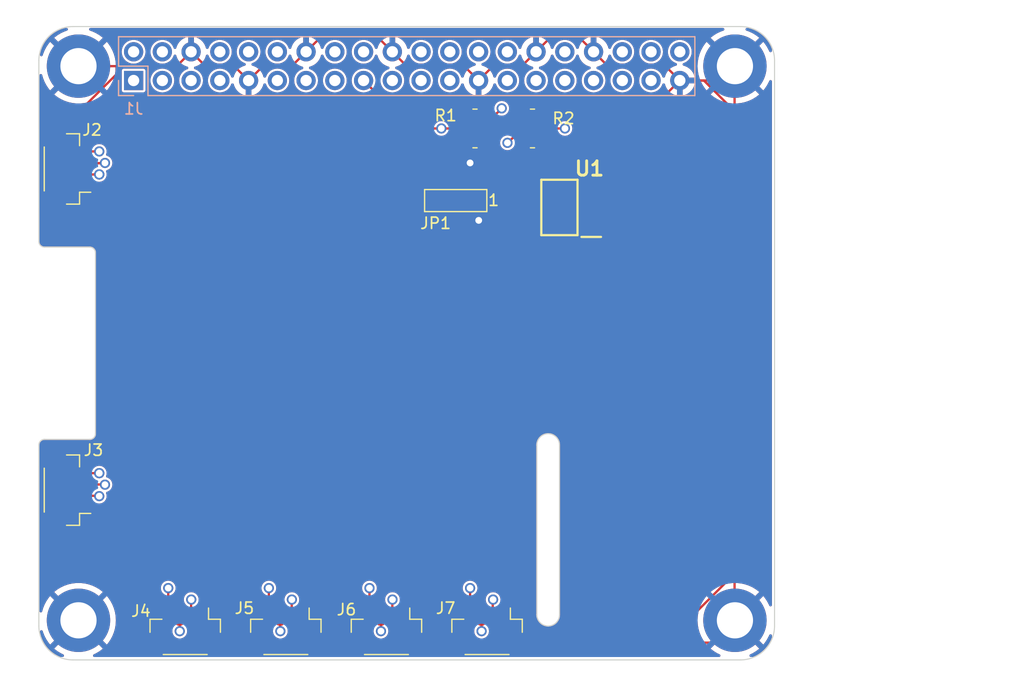
<source format=kicad_pcb>
(kicad_pcb (version 20221018) (generator pcbnew)
  (title_block (date "15 nov 2012"))
  (layers (0 "F.Cu" signal) (1 "In1.Cu" signal) (2 "In2.Cu" signal) (31 "B.Cu" signal) (34 "B.Paste" user) (35 "F.Paste" user) (36 "B.SilkS" user "B.Silkscreen") (37 "F.SilkS" user "F.Silkscreen") (38 "B.Mask" user) (39 "F.Mask" user) (44 "Edge.Cuts" user))
  (net 0 "")
  (net 1 "GND")
  (net 2 "I2C1_SDA")
  (net 3 "I2C1_SCL")
  (net 4 "/GPIO4{slash}GPCLK0")
  (net 5 "GPIO14{slash}TXD0")
  (net 6 "GPIO15{slash}RXD0")
  (net 7 "GPIO17")
  (net 8 "GPIO18{slash}PCM.CLK")
  (net 9 "GPIO27")
  (net 10 "GPIO22")
  (net 11 "GPIO23")
  (net 12 "GPIO24")
  (net 13 "GPIO10{slash}SPI0.MOSI")
  (net 14 "GPIO9{slash}SPI0.MISO")
  (net 15 "GPIO25")
  (net 16 "GPIO11{slash}SPI0.SCLK")
  (net 17 "GPIO8{slash}SPI0.CE0")
  (net 18 "GPIO7{slash}SPI0.CE1")
  (net 19 "ID_SDA")
  (net 20 "ID_SCL")
  (net 21 "GPIO5")
  (net 22 "GPIO6")
  (net 23 "GPIO12{slash}PWM0")
  (net 24 "GPIO13{slash}PWM1")
  (net 25 "GPIO19{slash}PCM.FS")
  (net 26 "GPIO16")
  (net 27 "GPIO26")
  (net 28 "GPIO20{slash}PCM.DIN")
  (net 29 "GPIO21{slash}PCM.DOUT")
  (net 30 "+5V")
  (net 31 "+3V3")
  (net 32 "Net-(JP1-A)")
  (footprint "Connector_JST:JST_SH_BM04B-SRSS-TB_1x04-1MP_P1.00mm_Vertical" (layer "F.Cu") (at 102.485 56.59 90)
    (fp_text reference "J2" (at 3.453 2.214 180) (layer "F.SilkS"))
    (fp_text value "Conn_01x04_Socket")
    (fp_line (start -3.11 -0.04) (end -3.11 1.11) (stroke (width 0.12)) (layer "F.SilkS"))
    (fp_line (start -3.11 1.11) (end -2.06 1.11) (stroke (width 0.12)) (layer "F.SilkS"))
    (fp_line (start -2.06 1.11) (end -2.06 2.1) (stroke (width 0.12)) (layer "F.SilkS"))
    (fp_line (start -1.94 -2.01) (end 1.94 -2.01) (stroke (width 0.12)) (layer "F.SilkS"))
    (fp_line (start 3.11 -0.04) (end 3.11 1.11) (stroke (width 0.12)) (layer "F.SilkS"))
    (fp_line (start 3.11 1.11) (end 2.06 1.11) (stroke (width 0.12)) (layer "F.SilkS"))
    (pad "1" smd roundrect (at -1.5 1.325 90) (size 0.6 1.55) (layers "F.Cu" "F.Paste" "F.Mask") (net 1 "GND"))
    (pad "2" smd roundrect (at -0.5 1.325 90) (size 0.6 1.55) (layers "F.Cu" "F.Paste" "F.Mask") (net 31 "+3V3"))
    (pad "3" smd roundrect (at 0.5 1.325 90) (size 0.6 1.55) (layers "F.Cu" "F.Paste" "F.Mask") (net 2 "I2C1_SDA"))
    (pad "4" smd roundrect (at 1.5 1.325 90) (size 0.6 1.55) (layers "F.Cu" "F.Paste" "F.Mask") (net 3 "I2C1_SCL"))
    (pad "MP" smd roundrect (at -2.8 -1.2 90) (size 1.2 1.8) (layers "F.Cu" "F.Paste" "F.Mask") (roundrect_rratio 0.208333))
    (pad "MP" smd roundrect (at 2.8 -1.2 90) (size 1.2 1.8) (layers "F.Cu" "F.Paste" "F.Mask") (roundrect_rratio 0.208333))
  )
  (footprint "MountingHole:MountingHole_2.7mm_M2.5" (layer "F.Cu") (at 161.5 47.5)
    (fp_text reference "MH2" hide)
    (fp_text value "MountingHole_2.7mm_M2.5" hide)
    (pad "" np_thru_hole circle locked (at 0 0) (size 2.7 2.7) (drill 2.7) (layers "*.Cu" "*.Mask"))
  )
  (footprint "Connector_JST:JST_SH_BM04B-SRSS-TB_1x04-1MP_P1.00mm_Vertical" (layer "F.Cu") (at 139.6 97.515 180)
    (fp_text reference "J7" (at 3.659 2.087) (layer "F.SilkS"))
    (fp_text value "Conn_01x04_Socket")
    (fp_line (start -3.11 -0.04) (end -3.11 1.11) (stroke (width 0.12)) (layer "F.SilkS"))
    (fp_line (start -3.11 1.11) (end -2.06 1.11) (stroke (width 0.12)) (layer "F.SilkS"))
    (fp_line (start -2.06 1.11) (end -2.06 2.1) (stroke (width 0.12)) (layer "F.SilkS"))
    (fp_line (start -1.94 -2.01) (end 1.94 -2.01) (stroke (width 0.12)) (layer "F.SilkS"))
    (fp_line (start 3.11 -0.04) (end 3.11 1.11) (stroke (width 0.12)) (layer "F.SilkS"))
    (fp_line (start 3.11 1.11) (end 2.06 1.11) (stroke (width 0.12)) (layer "F.SilkS"))
    (pad "1" smd roundrect (at -1.5 1.325 180) (size 0.6 1.55) (layers "F.Cu" "F.Paste" "F.Mask") (net 1 "GND"))
    (pad "2" smd roundrect (at -0.5 1.325 180) (size 0.6 1.55) (layers "F.Cu" "F.Paste" "F.Mask") (net 31 "+3V3"))
    (pad "3" smd roundrect (at 0.5 1.325 180) (size 0.6 1.55) (layers "F.Cu" "F.Paste" "F.Mask") (net 2 "I2C1_SDA"))
    (pad "4" smd roundrect (at 1.5 1.325 180) (size 0.6 1.55) (layers "F.Cu" "F.Paste" "F.Mask") (net 3 "I2C1_SCL"))
    (pad "MP" smd roundrect (at -2.8 -1.2 180) (size 1.2 1.8) (layers "F.Cu" "F.Paste" "F.Mask") (roundrect_rratio 0.208333))
    (pad "MP" smd roundrect (at 2.8 -1.2 180) (size 1.2 1.8) (layers "F.Cu" "F.Paste" "F.Mask") (roundrect_rratio 0.208333))
  )
  (footprint "SamacSys:SOIC127P600X175-8M" (layer "F.Cu") (at 145.992 59.995 180)
    (fp_text reference "U1" (at -2.649 3.429) (layer "F.SilkS") (effects (font (size 1.27 1.27) (thickness 0.254))))
    (fp_text value "CAT24C256" hide)
    (fp_line (start -3.675 -2.605) (end -1.95 -2.605) (stroke (width 0.2)) (layer "F.SilkS"))
    (fp_line (start -1.6 -2.45) (end 1.6 -2.45) (stroke (width 0.2)) (layer "F.SilkS"))
    (fp_line (start -1.6 2.45) (end -1.6 -2.45) (stroke (width 0.2)) (layer "F.SilkS"))
    (fp_line (start 1.6 -2.45) (end 1.6 2.45) (stroke (width 0.2)) (layer "F.SilkS"))
    (fp_line (start 1.6 2.45) (end -1.6 2.45) (stroke (width 0.2)) (layer "F.SilkS"))
    (pad "1" smd rect (at -2.812 -1.905 270) (size 0.7 1.725) (layers "F.Cu" "F.Paste" "F.Mask"))
    (pad "2" smd rect (at -2.812 -0.635 270) (size 0.7 1.725) (layers "F.Cu" "F.Paste" "F.Mask"))
    (pad "3" smd rect (at -2.812 0.635 270) (size 0.7 1.725) (layers "F.Cu" "F.Paste" "F.Mask"))
    (pad "4" smd rect (at -2.812 1.905 270) (size 0.7 1.725) (layers "F.Cu" "F.Paste" "F.Mask") (net 1 "GND"))
    (pad "5" smd rect (at 2.812 1.905 270) (size 0.7 1.725) (layers "F.Cu" "F.Paste" "F.Mask") (net 19 "ID_SDA"))
    (pad "6" smd rect (at 2.812 0.635 270) (size 0.7 1.725) (layers "F.Cu" "F.Paste" "F.Mask") (net 20 "ID_SCL"))
    (pad "7" smd rect (at 2.812 -0.635 270) (size 0.7 1.725) (layers "F.Cu" "F.Paste" "F.Mask") (net 32 "Net-(JP1-A)"))
    (pad "8" smd rect (at 2.812 -1.905 270) (size 0.7 1.725) (layers "F.Cu" "F.Paste" "F.Mask") (net 31 "+3V3"))
  )
  (footprint "Connector_JST:JST_SH_BM04B-SRSS-TB_1x04-1MP_P1.00mm_Vertical" (layer "F.Cu") (at 112.93 97.515 180)
    (fp_text reference "J4" (at 3.913 1.833) (layer "F.SilkS"))
    (fp_text value "Conn_01x04_Socket")
    (fp_line (start -3.11 -0.04) (end -3.11 1.11) (stroke (width 0.12)) (layer "F.SilkS"))
    (fp_line (start -3.11 1.11) (end -2.06 1.11) (stroke (width 0.12)) (layer "F.SilkS"))
    (fp_line (start -2.06 1.11) (end -2.06 2.1) (stroke (width 0.12)) (layer "F.SilkS"))
    (fp_line (start -1.94 -2.01) (end 1.94 -2.01) (stroke (width 0.12)) (layer "F.SilkS"))
    (fp_line (start 3.11 -0.04) (end 3.11 1.11) (stroke (width 0.12)) (layer "F.SilkS"))
    (fp_line (start 3.11 1.11) (end 2.06 1.11) (stroke (width 0.12)) (layer "F.SilkS"))
    (pad "1" smd roundrect (at -1.5 1.325 180) (size 0.6 1.55) (layers "F.Cu" "F.Paste" "F.Mask") (net 1 "GND"))
    (pad "2" smd roundrect (at -0.5 1.325 180) (size 0.6 1.55) (layers "F.Cu" "F.Paste" "F.Mask") (net 31 "+3V3"))
    (pad "3" smd roundrect (at 0.5 1.325 180) (size 0.6 1.55) (layers "F.Cu" "F.Paste" "F.Mask") (net 2 "I2C1_SDA"))
    (pad "4" smd roundrect (at 1.5 1.325 180) (size 0.6 1.55) (layers "F.Cu" "F.Paste" "F.Mask") (net 3 "I2C1_SCL"))
    (pad "MP" smd roundrect (at -2.8 -1.2 180) (size 1.2 1.8) (layers "F.Cu" "F.Paste" "F.Mask") (roundrect_rratio 0.208333))
    (pad "MP" smd roundrect (at 2.8 -1.2 180) (size 1.2 1.8) (layers "F.Cu" "F.Paste" "F.Mask") (roundrect_rratio 0.208333))
  )
  (footprint "Connector_JST:JST_SH_BM04B-SRSS-TB_1x04-1MP_P1.00mm_Vertical" (layer "F.Cu") (at 102.485 84.99 90)
    (fp_text reference "J3" (at 3.532 2.341 180) (layer "F.SilkS"))
    (fp_text value "Conn_01x04_Socket")
    (fp_line (start -3.11 -0.04) (end -3.11 1.11) (stroke (width 0.12)) (layer "F.SilkS"))
    (fp_line (start -3.11 1.11) (end -2.06 1.11) (stroke (width 0.12)) (layer "F.SilkS"))
    (fp_line (start -2.06 1.11) (end -2.06 2.1) (stroke (width 0.12)) (layer "F.SilkS"))
    (fp_line (start -1.94 -2.01) (end 1.94 -2.01) (stroke (width 0.12)) (layer "F.SilkS"))
    (fp_line (start 3.11 -0.04) (end 3.11 1.11) (stroke (width 0.12)) (layer "F.SilkS"))
    (fp_line (start 3.11 1.11) (end 2.06 1.11) (stroke (width 0.12)) (layer "F.SilkS"))
    (pad "1" smd roundrect (at -1.5 1.325 90) (size 0.6 1.55) (layers "F.Cu" "F.Paste" "F.Mask") (net 1 "GND"))
    (pad "2" smd roundrect (at -0.5 1.325 90) (size 0.6 1.55) (layers "F.Cu" "F.Paste" "F.Mask") (net 31 "+3V3"))
    (pad "3" smd roundrect (at 0.5 1.325 90) (size 0.6 1.55) (layers "F.Cu" "F.Paste" "F.Mask") (net 2 "I2C1_SDA"))
    (pad "4" smd roundrect (at 1.5 1.325 90) (size 0.6 1.55) (layers "F.Cu" "F.Paste" "F.Mask") (net 3 "I2C1_SCL"))
    (pad "MP" smd roundrect (at -2.8 -1.2 90) (size 1.2 1.8) (layers "F.Cu" "F.Paste" "F.Mask") (roundrect_rratio 0.208333))
    (pad "MP" smd roundrect (at 2.8 -1.2 90) (size 1.2 1.8) (layers "F.Cu" "F.Paste" "F.Mask") (roundrect_rratio 0.208333))
  )
  (footprint "MountingHole:MountingHole_3.2mm_M3_DIN965_Pad_TopBottom" (layer "F.Cu") (at 161.5 96.5)
    (fp_text reference "H2" hide)
    (fp_text value "MountingHole_Pad")
    (pad "1" thru_hole circle (at 0 0) (size 3.6 3.6) (drill 3.2) (layers "*.Cu" "*.Mask") (net 1 "GND"))
    (pad "1" connect circle (at 0 0) (size 5.6 5.6) (layers "F.Cu" "F.Mask") (net 1 "GND"))
    (pad "1" connect circle (at 0 0) (size 5.6 5.6) (layers "B.Cu" "B.Mask") (net 1 "GND"))
  )
  (footprint "Resistor_SMD:R_0612_1632Metric_Pad1.18x3.40mm_HandSolder" (layer "F.Cu") (at 138.5325 53.01)
    (fp_text reference "R1" (at -2.5915 -1.143) (layer "F.SilkS"))
    (fp_text value "3.9k")
    (fp_line (start -0.182983 -1.71) (end 0.182983 -1.71) (stroke (width 0.12)) (layer "F.SilkS"))
    (fp_line (start -0.182983 1.71) (end 0.182983 1.71) (stroke (width 0.12)) (layer "F.SilkS"))
    (pad "1" smd roundrect (at -0.8375 0) (size 1.175 3.4) (layers "F.Cu" "F.Paste" "F.Mask") (roundrect_rratio 0.212766) (net 31 "+3V3"))
    (pad "2" smd roundrect (at 0.8375 0) (size 1.175 3.4) (layers "F.Cu" "F.Paste" "F.Mask") (roundrect_rratio 0.212766) (net 19 "ID_SDA"))
  )
  (footprint "MountingHole:MountingHole_3.2mm_M3_DIN965_Pad_TopBottom" (layer "F.Cu") (at 103.5 96.5)
    (fp_text reference "H3" hide)
    (fp_text value "MountingHole_Pad")
    (pad "1" thru_hole circle (at 0 0) (size 3.6 3.6) (drill 3.2) (layers "*.Cu" "*.Mask") (net 1 "GND"))
    (pad "1" connect circle (at 0 0) (size 5.6 5.6) (layers "F.Cu" "F.Mask") (net 1 "GND"))
    (pad "1" connect circle (at 0 0) (size 5.6 5.6) (layers "B.Cu" "B.Mask") (net 1 "GND"))
  )
  (footprint "MountingHole:MountingHole_2.7mm_M2.5" (layer "F.Cu") (at 103.5 96.5)
    (fp_text reference "MH3" hide)
    (fp_text value "MountingHole_2.7mm_M2.5" hide)
    (pad "" np_thru_hole circle locked (at 0 0) (size 2.7 2.7) (drill 2.7) (layers "*.Cu" "*.Mask"))
  )
  (footprint "MountingHole:MountingHole_2.7mm_M2.5" (layer "F.Cu") (at 103.5 47.5)
    (fp_text reference "MH1" hide)
    (fp_text value "MountingHole_2.7mm_M2.5" hide)
    (pad "" np_thru_hole circle locked (at 0 0) (size 2.7 2.7) (drill 2.7) (layers "*.Cu" "*.Mask"))
  )
  (footprint "MountingHole:MountingHole_3.2mm_M3_DIN965_Pad_TopBottom" (layer "F.Cu") (at 161.5 47.5)
    (fp_text reference "H1" hide)
    (fp_text value "MountingHole_Pad")
    (pad "1" thru_hole circle (at 0 0) (size 3.6 3.6) (drill 3.2) (layers "*.Cu" "*.Mask") (net 1 "GND"))
    (pad "1" connect circle (at 0 0) (size 5.6 5.6) (layers "F.Cu" "F.Mask") (net 1 "GND"))
    (pad "1" connect circle (at 0 0) (size 5.6 5.6) (layers "B.Cu" "B.Mask") (net 1 "GND"))
  )
  (footprint "Resistor_SMD:R_0612_1632Metric_Pad1.18x3.40mm_HandSolder" (layer "F.Cu") (at 143.6125 53.01 180)
    (fp_text reference "R2" (at -2.7425 0.889) (layer "F.SilkS"))
    (fp_text value "3.9k")
    (fp_line (start -0.182983 -1.71) (end 0.182983 -1.71) (stroke (width 0.12)) (layer "F.SilkS"))
    (fp_line (start -0.182983 1.71) (end 0.182983 1.71) (stroke (width 0.12)) (layer "F.SilkS"))
    (pad "1" smd roundrect (at -0.8375 0 180) (size 1.175 3.4) (layers "F.Cu" "F.Paste" "F.Mask") (roundrect_rratio 0.212766) (net 31 "+3V3"))
    (pad "2" smd roundrect (at 0.8375 0 180) (size 1.175 3.4) (layers "F.Cu" "F.Paste" "F.Mask") (roundrect_rratio 0.212766) (net 20 "ID_SCL"))
  )
  (footprint "Jumper:SolderJumper-3_P2.0mm_Open_TrianglePad1.0x1.5mm_NumberLabels" (layer "F.Cu") (at 136.83 59.36 180)
    (fp_text reference "JP1" (at 1.778 -2.032) (layer "F.SilkS"))
    (fp_text value "ID_WP")
    (fp_text user "1" (at -3.35 0) (layer "F.SilkS"))
    (fp_line (start -2.75 -1) (end 2.75 -1) (stroke (width 0.12)) (layer "F.SilkS"))
    (fp_line (start -2.75 0.95) (end -2.75 -1) (stroke (width 0.12)) (layer "F.SilkS"))
    (fp_line (start 2.75 -1) (end 2.75 0.95) (stroke (width 0.12)) (layer "F.SilkS"))
    (fp_line (start 2.75 0.95) (end -2.75 0.95) (stroke (width 0.12)) (layer "F.SilkS"))
    (pad "1" smd custom (at -2 0 180) (size 0.3 0.3) (layers "F.Cu" "F.Mask") (net 32 "Net-(JP1-A)") (options (clearance outline) (anchor rect)) (primitives (gr_poly (pts (xy 1 0) (xy 0.5 0.75) (xy -0.5 0.75) (xy -0.5 -0.75) (xy 0.5 -0.75)) (width 0) (fill yes))))
    (pad "2" smd custom (at 0 0 180) (size 0.3 0.3) (layers "F.Cu") (net 31 "+3V3") (options (clearance outline) (anchor rect)) (primitives (gr_poly (pts (xy 0.7 0) (xy 1.2 0.75) (xy -1.2 0.75) (xy -0.7 0) (xy -1.2 -0.75) (xy 1.2 -0.75)) (width 0) (fill yes))))
    (pad "3" smd custom (at 2 0) (size 0.3 0.3) (layers "F.Cu" "F.Mask") (options (clearance outline) (anchor rect)) (primitives (gr_poly (pts (xy 1 0) (xy 0.5 0.75) (xy -0.5 0.75) (xy -0.5 -0.75) (xy 0.5 -0.75)) (width 0) (fill yes))))
  )
  (footprint "Connector_JST:JST_SH_BM04B-SRSS-TB_1x04-1MP_P1.00mm_Vertical" (layer "F.Cu") (at 130.71 97.515 180)
    (fp_text reference "J6" (at 3.532 1.96) (layer "F.SilkS"))
    (fp_text value "Conn_01x04_Socket")
    (fp_line (start -3.11 -0.04) (end -3.11 1.11) (stroke (width 0.12)) (layer "F.SilkS"))
    (fp_line (start -3.11 1.11) (end -2.06 1.11) (stroke (width 0.12)) (layer "F.SilkS"))
    (fp_line (start -2.06 1.11) (end -2.06 2.1) (stroke (width 0.12)) (layer "F.SilkS"))
    (fp_line (start -1.94 -2.01) (end 1.94 -2.01) (stroke (width 0.12)) (layer "F.SilkS"))
    (fp_line (start 3.11 -0.04) (end 3.11 1.11) (stroke (width 0.12)) (layer "F.SilkS"))
    (fp_line (start 3.11 1.11) (end 2.06 1.11) (stroke (width 0.12)) (layer "F.SilkS"))
    (pad "1" smd roundrect (at -1.5 1.325 180) (size 0.6 1.55) (layers "F.Cu" "F.Paste" "F.Mask") (net 1 "GND"))
    (pad "2" smd roundrect (at -0.5 1.325 180) (size 0.6 1.55) (layers "F.Cu" "F.Paste" "F.Mask") (net 31 "+3V3"))
    (pad "3" smd roundrect (at 0.5 1.325 180) (size 0.6 1.55) (layers "F.Cu" "F.Paste" "F.Mask") (net 2 "I2C1_SDA"))
    (pad "4" smd roundrect (at 1.5 1.325 180) (size 0.6 1.55) (layers "F.Cu" "F.Paste" "F.Mask") (net 3 "I2C1_SCL"))
    (pad "MP" smd roundrect (at -2.8 -1.2 180) (size 1.2 1.8) (layers "F.Cu" "F.Paste" "F.Mask") (roundrect_rratio 0.208333))
    (pad "MP" smd roundrect (at 2.8 -1.2 180) (size 1.2 1.8) (layers "F.Cu" "F.Paste" "F.Mask") (roundrect_rratio 0.208333))
  )
  (footprint "MountingHole:MountingHole_2.7mm_M2.5" (layer "F.Cu") (at 161.5 96.5)
    (fp_text reference "MH4" hide)
    (fp_text value "MountingHole_2.7mm_M2.5" hide)
    (pad "" np_thru_hole circle locked (at 0 0) (size 2.7 2.7) (drill 2.7) (layers "*.Cu" "*.Mask"))
  )
  (footprint "Connector_JST:JST_SH_BM04B-SRSS-TB_1x04-1MP_P1.00mm_Vertical" (layer "F.Cu") (at 121.82 97.515 180)
    (fp_text reference "J5" (at 3.659 2.087) (layer "F.SilkS"))
    (fp_text value "Conn_01x04_Socket")
    (fp_line (start -3.11 -0.04) (end -3.11 1.11) (stroke (width 0.12)) (layer "F.SilkS"))
    (fp_line (start -3.11 1.11) (end -2.06 1.11) (stroke (width 0.12)) (layer "F.SilkS"))
    (fp_line (start -2.06 1.11) (end -2.06 2.1) (stroke (width 0.12)) (layer "F.SilkS"))
    (fp_line (start -1.94 -2.01) (end 1.94 -2.01) (stroke (width 0.12)) (layer "F.SilkS"))
    (fp_line (start 3.11 -0.04) (end 3.11 1.11) (stroke (width 0.12)) (layer "F.SilkS"))
    (fp_line (start 3.11 1.11) (end 2.06 1.11) (stroke (width 0.12)) (layer "F.SilkS"))
    (pad "1" smd roundrect (at -1.5 1.325 180) (size 0.6 1.55) (layers "F.Cu" "F.Paste" "F.Mask") (net 1 "GND"))
    (pad "2" smd roundrect (at -0.5 1.325 180) (size 0.6 1.55) (layers "F.Cu" "F.Paste" "F.Mask") (net 31 "+3V3"))
    (pad "3" smd roundrect (at 0.5 1.325 180) (size 0.6 1.55) (layers "F.Cu" "F.Paste" "F.Mask") (net 2 "I2C1_SDA"))
    (pad "4" smd roundrect (at 1.5 1.325 180) (size 0.6 1.55) (layers "F.Cu" "F.Paste" "F.Mask") (net 3 "I2C1_SCL"))
    (pad "MP" smd roundrect (at -2.8 -1.2 180) (size 1.2 1.8) (layers "F.Cu" "F.Paste" "F.Mask") (roundrect_rratio 0.208333))
    (pad "MP" smd roundrect (at 2.8 -1.2 180) (size 1.2 1.8) (layers "F.Cu" "F.Paste" "F.Mask") (roundrect_rratio 0.208333))
  )
  (footprint "MountingHole:MountingHole_3.2mm_M3_DIN965_Pad_TopBottom" (layer "F.Cu") (at 103.5 47.5)
    (fp_text reference "H4" hide)
    (fp_text value "MountingHole_Pad")
    (pad "1" thru_hole circle (at 0 0) (size 3.6 3.6) (drill 3.2) (layers "*.Cu" "*.Mask") (net 1 "GND"))
    (pad "1" connect circle (at 0 0) (size 5.6 5.6) (layers "F.Cu" "F.Mask") (net 1 "GND"))
    (pad "1" connect circle (at 0 0) (size 5.6 5.6) (layers "B.Cu" "B.Mask") (net 1 "GND"))
  )
  (footprint "Connector_PinSocket_2.54mm:PinSocket_2x20_P2.54mm_Vertical" (layer "B.Cu") (at 108.37 48.77 -90)
    (fp_text reference "J1" (at 2.5 0) (layer "B.SilkS") (effects (justify mirror)))
    (fp_text value "GPIO")
    (fp_line (start -3.87 -49.59) (end 1.33 -49.59) (stroke (width 0.12)) (layer "B.SilkS"))
    (fp_line (start -3.87 1.33) (end -3.87 -49.59) (stroke (width 0.12)) (layer "B.SilkS"))
    (fp_line (start -3.87 1.33) (end -1.27 1.33) (stroke (width 0.12)) (layer "B.SilkS"))
    (fp_line (start -1.27 -1.27) (end 1.33 -1.27) (stroke (width 0.12)) (layer "B.SilkS"))
    (fp_line (start -1.27 1.33) (end -1.27 -1.27) (stroke (width 0.12)) (layer "B.SilkS"))
    (fp_line (start 0 1.33) (end 1.33 1.33) (stroke (width 0.12)) (layer "B.SilkS"))
    (fp_line (start 1.33 -1.27) (end 1.33 -49.59) (stroke (width 0.12)) (layer "B.SilkS"))
    (fp_line (start 1.33 1.33) (end 1.33 0) (stroke (width 0.12)) (layer "B.SilkS"))
    (pad "1" thru_hole rect (at 0 0 270) (size 1.7 1.7) (drill 1) (layers "*.Cu" "*.Mask") (net 31 "+3V3"))
    (pad "2" thru_hole oval (at -2.54 0 270) (size 1.7 1.7) (drill 1) (layers "*.Cu" "*.Mask") (net 30 "+5V"))
    (pad "3" thru_hole oval (at 0 -2.54 270) (size 1.7 1.7) (drill 1) (layers "*.Cu" "*.Mask") (net 2 "I2C1_SDA"))
    (pad "4" thru_hole oval (at -2.54 -2.54 270) (size 1.7 1.7) (drill 1) (layers "*.Cu" "*.Mask") (net 30 "+5V"))
    (pad "5" thru_hole oval (at 0 -5.08 270) (size 1.7 1.7) (drill 1) (layers "*.Cu" "*.Mask") (net 3 "I2C1_SCL"))
    (pad "6" thru_hole oval (at -2.54 -5.08 270) (size 1.7 1.7) (drill 1) (layers "*.Cu" "*.Mask") (net 1 "GND"))
    (pad "7" thru_hole oval (at 0 -7.62 270) (size 1.7 1.7) (drill 1) (layers "*.Cu" "*.Mask") (net 4 "/GPIO4{slash}GPCLK0"))
    (pad "8" thru_hole oval (at -2.54 -7.62 270) (size 1.7 1.7) (drill 1) (layers "*.Cu" "*.Mask") (net 5 "GPIO14{slash}TXD0"))
    (pad "9" thru_hole oval (at 0 -10.16 270) (size 1.7 1.7) (drill 1) (layers "*.Cu" "*.Mask") (net 1 "GND"))
    (pad "10" thru_hole oval (at -2.54 -10.16 270) (size 1.7 1.7) (drill 1) (layers "*.Cu" "*.Mask") (net 6 "GPIO15{slash}RXD0"))
    (pad "11" thru_hole oval (at 0 -12.7 270) (size 1.7 1.7) (drill 1) (layers "*.Cu" "*.Mask") (net 7 "GPIO17"))
    (pad "12" thru_hole oval (at -2.54 -12.7 270) (size 1.7 1.7) (drill 1) (layers "*.Cu" "*.Mask") (net 8 "GPIO18{slash}PCM.CLK"))
    (pad "13" thru_hole oval (at 0 -15.24 270) (size 1.7 1.7) (drill 1) (layers "*.Cu" "*.Mask") (net 9 "GPIO27"))
    (pad "14" thru_hole oval (at -2.54 -15.24 270) (size 1.7 1.7) (drill 1) (layers "*.Cu" "*.Mask") (net 1 "GND"))
    (pad "15" thru_hole oval (at 0 -17.78 270) (size 1.7 1.7) (drill 1) (layers "*.Cu" "*.Mask") (net 10 "GPIO22"))
    (pad "16" thru_hole oval (at -2.54 -17.78 270) (size 1.7 1.7) (drill 1) (layers "*.Cu" "*.Mask") (net 11 "GPIO23"))
    (pad "17" thru_hole oval (at 0 -20.32 270) (size 1.7 1.7) (drill 1) (layers "*.Cu" "*.Mask") (net 31 "+3V3"))
    (pad "18" thru_hole oval (at -2.54 -20.32 270) (size 1.7 1.7) (drill 1) (layers "*.Cu" "*.Mask") (net 12 "GPIO24"))
    (pad "19" thru_hole oval (at 0 -22.86 270) (size 1.7 1.7) (drill 1) (layers "*.Cu" "*.Mask") (net 13 "GPIO10{slash}SPI0.MOSI"))
    (pad "20" thru_hole oval (at -2.54 -22.86 270) (size 1.7 1.7) (drill 1) (layers "*.Cu" "*.Mask") (net 1 "GND"))
    (pad "21" thru_hole oval (at 0 -25.4 270) (size 1.7 1.7) (drill 1) (layers "*.Cu" "*.Mask") (net 14 "GPIO9{slash}SPI0.MISO"))
    (pad "22" thru_hole oval (at -2.54 -25.4 270) (size 1.7 1.7) (drill 1) (layers "*.Cu" "*.Mask") (net 15 "GPIO25"))
    (pad "23" thru_hole oval (at 0 -27.94 270) (size 1.7 1.7) (drill 1) (layers "*.Cu" "*.Mask") (net 16 "GPIO11{slash}SPI0.SCLK"))
    (pad "24" thru_hole oval (at -2.54 -27.94 270) (size 1.7 1.7) (drill 1) (layers "*.Cu" "*.Mask") (net 17 "GPIO8{slash}SPI0.CE0"))
    (pad "25" thru_hole oval (at 0 -30.48 270) (size 1.7 1.7) (drill 1) (layers "*.Cu" "*.Mask") (net 1 "GND"))
    (pad "26" thru_hole oval (at -2.54 -30.48 270) (size 1.7 1.7) (drill 1) (layers "*.Cu" "*.Mask") (net 18 "GPIO7{slash}SPI0.CE1"))
    (pad "27" thru_hole oval (at 0 -33.02 270) (size 1.7 1.7) (drill 1) (layers "*.Cu" "*.Mask") (net 19 "ID_SDA"))
    (pad "28" thru_hole oval (at -2.54 -33.02 270) (size 1.7 1.7) (drill 1) (layers "*.Cu" "*.Mask") (net 20 "ID_SCL"))
    (pad "29" thru_hole oval (at 0 -35.56 270) (size 1.7 1.7) (drill 1) (layers "*.Cu" "*.Mask") (net 21 "GPIO5"))
    (pad "30" thru_hole oval (at -2.54 -35.56 270) (size 1.7 1.7) (drill 1) (layers "*.Cu" "*.Mask") (net 1 "GND"))
    (pad "31" thru_hole oval (at 0 -38.1 270) (size 1.7 1.7) (drill 1) (layers "*.Cu" "*.Mask") (net 22 "GPIO6"))
    (pad "32" thru_hole oval (at -2.54 -38.1 270) (size 1.7 1.7) (drill 1) (layers "*.Cu" "*.Mask") (net 23 "GPIO12{slash}PWM0"))
    (pad "33" thru_hole oval (at 0 -40.64 270) (size 1.7 1.7) (drill 1) (layers "*.Cu" "*.Mask") (net 24 "GPIO13{slash}PWM1"))
    (pad "34" thru_hole oval (at -2.54 -40.64 270) (size 1.7 1.7) (drill 1) (layers "*.Cu" "*.Mask") (net 1 "GND"))
    (pad "35" thru_hole oval (at 0 -43.18 270) (size 1.7 1.7) (drill 1) (layers "*.Cu" "*.Mask") (net 25 "GPIO19{slash}PCM.FS"))
    (pad "36" thru_hole oval (at -2.54 -43.18 270) (size 1.7 1.7) (drill 1) (layers "*.Cu" "*.Mask") (net 26 "GPIO16"))
    (pad "37" thru_hole oval (at 0 -45.72 270) (size 1.7 1.7) (drill 1) (layers "*.Cu" "*.Mask") (net 27 "GPIO26"))
    (pad "38" thru_hole oval (at -2.54 -45.72 270) (size 1.7 1.7) (drill 1) (layers "*.Cu" "*.Mask") (net 28 "GPIO20{slash}PCM.DIN"))
    (pad "39" thru_hole oval (at 0 -48.26 270) (size 1.7 1.7) (drill 1) (layers "*.Cu" "*.Mask") (net 1 "GND"))
    (pad "40" thru_hole oval (at -2.54 -48.26 270) (size 1.7 1.7) (drill 1) (layers "*.Cu" "*.Mask") (net 29 "GPIO21{slash}PCM.DOUT"))
  )
  (gr_arc (start 100.5 63.5) (mid 100.146447 63.353553) (end 100 63) (stroke (width 0.1)) (layer "Edge.Cuts"))
  (gr_arc (start 162 44) (mid 164.12132 44.87868) (end 165 47) (stroke (width 0.1)) (layer "Edge.Cuts"))
  (gr_line (start 165 97) (end 165 47) (stroke (width 0.1)) (layer "Edge.Cuts"))
  (gr_line (start 100 47) (end 100 63) (stroke (width 0.1)) (layer "Edge.Cuts"))
  (gr_line (start 146 81) (end 146 96) (stroke (width 0.1)) (layer "Edge.Cuts"))
  (gr_line (start 144 96) (end 144 81) (stroke (width 0.1)) (layer "Edge.Cuts"))
  (gr_arc (start 103 100) (mid 100.87868 99.12132) (end 100 97) (stroke (width 0.1)) (layer "Edge.Cuts"))
  (gr_line (start 103 100) (end 162 100) (stroke (width 0.1)) (layer "Edge.Cuts"))
  (gr_line (start 104.5 80.5) (end 100.5 80.5) (stroke (width 0.1)) (layer "Edge.Cuts"))
  (gr_arc (start 144 81) (mid 145 80) (end 146 81) (stroke (width 0.1)) (layer "Edge.Cuts"))
  (gr_arc (start 100 81) (mid 100.146138 80.646755) (end 100.499127 80.500001) (stroke (width 0.1)) (layer "Edge.Cuts"))
  (gr_arc (start 165 97) (mid 164.12132 99.12132) (end 162 100) (stroke (width 0.1)) (layer "Edge.Cuts"))
  (gr_line (start 105 64) (end 105 80) (stroke (width 0.1)) (layer "Edge.Cuts"))
  (gr_arc (start 100 47) (mid 100.87868 44.87868) (end 103 44) (stroke (width 0.1)) (layer "Edge.Cuts"))
  (gr_arc (start 146 96) (mid 145 97) (end 144 96) (stroke (width 0.1)) (layer "Edge.Cuts"))
  (gr_line (start 100 81) (end 100 97) (stroke (width 0.1)) (layer "Edge.Cuts"))
  (gr_line (start 100.5 63.5) (end 104.5 63.5) (stroke (width 0.1)) (layer "Edge.Cuts"))
  (gr_arc (start 105 80) (mid 104.853553 80.353553) (end 104.5 80.5) (stroke (width 0.1)) (layer "Edge.Cuts"))
  (gr_arc (start 104.5 63.5) (mid 104.853553 63.646447) (end 105 64) (stroke (width 0.1)) (layer "Edge.Cuts"))
  (gr_line (start 162 44) (end 103 44) (stroke (width 0.1)) (layer "Edge.Cuts"))
  (segment (start 140 47.62) (end 142.54 47.62) (width 0.2) (layer "F.Cu") (net 1))
  (segment (start 132.21 98.428) (end 132.258 98.476) (width 0.2) (layer "F.Cu") (net 1))
  (segment (start 106.096 80.696) (end 104.826 81.966) (width 0.2) (layer "F.Cu") (net 1))
  (segment (start 103.81 86.49) (end 101.333 86.49) (width 0.2) (layer "F.Cu") (net 1))
  (segment (start 108.382 94.92) (end 108.382 98.476) (width 0.2) (layer "F.Cu") (net 1))
  (segment (start 150.16 47.38) (end 150.16 55.24) (width 0.2) (layer "F.Cu") (net 1))
  (segment (start 112.18 47.5) (end 106.858 47.5) (width 0.2) (layer "F.Cu") (net 1))
  (segment (start 132.258 98.476) (end 141.148 98.476) (width 0.2) (layer "F.Cu") (net 1))
  (segment (start 137.46 47.38) (end 138.85 48.77) (width 0.2) (layer "F.Cu") (net 1))
  (segment (start 148.804 56.596) (end 148.804 58.09) (width 0.2) (layer "F.Cu") (net 1))
  (segment (start 123.368 98.476) (end 132.258 98.476) (width 0.2) (layer "F.Cu") (net 1))
  (segment (start 157.658 96.19) (end 161.468 92.38) (width 0.2) (layer "F.Cu") (net 1))
  (segment (start 106.096 63.932) (end 106.096 80.696) (width 0.2) (layer "F.Cu") (net 1))
  (segment (start 132.38 47.38) (end 137.46 47.38) (width 0.2) (layer "F.Cu") (net 1))
  (segment (start 130.08 45.08) (end 124.76 45.08) (width 0.2) (layer "F.Cu") (net 1))
  (segment (start 131.23 46.23) (end 130.08 45.08) (width 0.2) (layer "F.Cu") (net 1))
  (segment (start 150.16 47.38) (end 155.24 47.38) (width 0.2) (layer "F.Cu") (net 1))
  (segment (start 145.08 45.08) (end 143.93 46.23) (width 0.2) (layer "F.Cu") (net 1))
  (segment (start 114.478 98.476) (end 123.368 98.476) (width 0.2) (layer "F.Cu") (net 1))
  (segment (start 161.468 92.38) (end 161.468 94.48139) (width 0.2) (layer "F.Cu") (net 1))
  (segment (start 124.76 45.08) (end 123.61 46.23) (width 0.2) (layer "F.Cu") (net 1))
  (segment (start 161.468 51.486) (end 161.468 48.95) (width 0.2) (layer "F.Cu") (net 1))
  (segment (start 141.1 96.19) (end 141.1 98.428) (width 0.2) (layer "F.Cu") (net 1))
  (segment (start 101.285 59.39) (end 101.27 59.405) (width 0.2) (layer "F.Cu") (net 1))
  (segment (start 104.826 81.966) (end 101.509 81.966) (width 0.2) (layer "F.Cu") (net 1))
  (segment (start 101.509 81.966) (end 101.285 82.19) (width 0.2) (layer "F.Cu") (net 1))
  (segment (start 106.858 47.5) (end 106.858 48.217) (width 0.2) (layer "F.Cu") (net 1))
  (segment (start 102.032 62.408) (end 104.572 62.408) (width 0.2) (layer "F.Cu") (net 1))
  (segment (start 157.658 98.476) (end 159.524 98.476) (width 0.2) (layer "F.Cu") (net 1))
  (segment (start 138.85 48.77) (end 140 47.62) (width 0.2) (layer "F.Cu") (net 1))
  (segment (start 149.01 46.23) (end 150.16 47.38) (width 0.2) (layer "F.Cu") (net 1))
  (segment (start 156.63 48.77) (end 148.834 56.566) (width 0.2) (layer "F.Cu") (net 1))
  (segment (start 142.54 47.62) (end 143.93 46.23) (width 0.2) (layer "F.Cu") (net 1))
  (segment (start 132.21 96.19) (end 132.21 98.428) (width 0.2) (layer "F.Cu") (net 1))
  (segment (start 114.43 98.428) (end 114.478 98.476) (width 0.2) (layer "F.Cu") (net 1))
  (segment (start 156.63 48.77) (end 157.912 48.77) (width 0.2) (layer "F.Cu") (net 1))
  (segment (start 101.333 86.49) (end 101.285 86.538) (width 0.2) (layer "F.Cu") (net 1))
  (segment (start 150.16 55.24) (end 148.834 56.566) (width 0.2) (layer "F.Cu") (net 1))
  (segment (start 147.86 45.08) (end 145.08 45.08) (width 0.2) (layer "F.Cu") (net 1))
  (segment (start 101.27 61.646) (end 102.032 62.408) (width 0.2) (layer "F.Cu") (net 1))
  (segment (start 101.285 92.634) (end 101.285 94.285) (width 0.2) (layer "F.Cu") (net 1))
  (segment (start 161.468 94.48139) (end 160.474695 95.474695) (width 0.2) (layer "F.Cu") (net 1))
  (segment (start 114.6 47.38) (end 117.14 47.38) (width 0.2) (layer "F.Cu") (net 1))
  (segment (start 159.524 98.476) (end 160.474695 97.525305) (width 0.2) (layer "F.Cu") (net 1))
  (segment (start 123.32 96.19) (end 123.32 98.428) (width 0.2) (layer "F.Cu") (net 1))
  (segment (start 101.285 92.634) (end 106.096 92.634) (width 0.2) (layer "F.Cu") (net 1))
  (segment (start 101.285 82.19) (end 101.285 86.538) (width 0.2) (layer "F.Cu") (net 1))
  (segment (start 106.858 47.5) (end 104.95 47.5) (width 0.2) (layer "F.Cu") (net 1))
  (segment (start 104.572 62.408) (end 106.096 63.932) (width 0.2) (layer "F.Cu") (net 1))
  (segment (start 141.148 98.476) (end 157.658 98.476) (width 0.2) (layer "F.Cu") (net 1))
  (segment (start 161.468 51.486) (end 158.752 48.77) (width 0.2) (layer "F.Cu") (net 1))
  (segment (start 122.46 47.38) (end 123.61 46.23) (width 0.2) (layer "F.Cu") (net 1))
  (segment (start 101.285 53.79) (end 101.285 58.09) (width 0.2) (layer "F.Cu") (net 1))
  (segment (start 117.14 47.38) (end 118.53 48.77) (width 0.2) (layer "F.Cu") (net 1))
  (segment (start 131.23 46.23) (end 132.38 47.38) (width 0.2) (layer "F.Cu") (net 1))
  (segment (start 160.23 48.77) (end 160.474695 48.525305) (width 0.2) (layer "F.Cu") (net 1))
  (segment (start 157.912 48.77) (end 160.23 48.77) (width 0.2) (layer "F.Cu") (net 1))
  (segment (start 113.45 46.23) (end 112.18 47.5) (width 0.2) (layer "F.Cu") (net 1))
  (segment (start 158.752 48.77) (end 157.912 48.77) (width 0.2) (layer "F.Cu") (net 1))
  (segment (start 106.096 92.634) (end 108.382 94.92) (width 0.2) (layer "F.Cu") (net 1))
  (segment (start 113.45 46.23) (end 114.6 47.38) (width 0.2) (layer "F.Cu") (net 1))
  (segment (start 101.285 58.09) (end 101.285 59.39) (width 0.2) (layer "F.Cu") (net 1))
  (segment (start 161.468 48.95) (end 161.5 48.95) (width 0.2) (layer "F.Cu") (net 1))
  (segment (start 118.53 48.77) (end 119.92 47.38) (width 0.2) (layer "F.Cu") (net 1))
  (segment (start 123.32 98.428) (end 123.368 98.476) (width 0.2) (layer "F.Cu") (net 1))
  (segment (start 108.382 98.476) (end 114.478 98.476) (width 0.2) (layer "F.Cu") (net 1))
  (segment (start 114.43 96.19) (end 114.43 98.428) (width 0.2) (layer "F.Cu") (net 1))
  (segment (start 101.285 94.285) (end 102.474695 95.474695) (width 0.2) (layer "F.Cu") (net 1))
  (segment (start 149.01 46.23) (end 147.86 45.08) (width 0.2) (layer "F.Cu") (net 1))
  (segment (start 106.858 48.217) (end 101.285 53.79) (width 0.2) (layer "F.Cu") (net 1))
  (segment (start 101.285 86.538) (end 101.285 92.634) (width 0.2) (layer "F.Cu") (net 1))
  (segment (start 141.1 98.428) (end 141.148 98.476) (width 0.2) (layer "F.Cu") (net 1))
  (segment (start 157.658 98.476) (end 157.658 96.19) (width 0.2) (layer "F.Cu") (net 1))
  (segment (start 161.468 92.38) (end 161.468 51.486) (width 0.2) (layer "F.Cu") (net 1))
  (segment (start 101.27 59.405) (end 101.27 61.646) (width 0.2) (layer "F.Cu") (net 1))
  (segment (start 148.834 56.566) (end 148.804 56.596) (width 0.2) (layer "F.Cu") (net 1))
  (segment (start 119.92 47.38) (end 122.46 47.38) (width 0.2) (layer "F.Cu") (net 1))
  (segment (start 103.81 58.09) (end 101.285 58.09) (width 0.2) (layer "F.Cu") (net 1))
  (segment (start 155.24 47.38) (end 156.63 48.77) (width 0.2) (layer "F.Cu") (net 1))
  (via (at 138.862 61.138) (size 0.9) (drill 0.6) (layers "F.Cu" "B.Cu") (net 1))
  (via (at 138.1 56.058) (size 0.9) (drill 0.6) (layers "F.Cu" "B.Cu") (net 1))
  (segment (start 139.116 97.46) (end 139.1 97.444) (width 0.2) (layer "F.Cu") (net 2))
  (segment (start 105.842 56.058) (end 105.334 56.09) (width 0.2) (layer "F.Cu") (net 2))
  (segment (start 121.32 96.19) (end 121.32 97.444) (width 0.2) (layer "F.Cu") (net 2))
  (segment (start 105.826 84.49) (end 103.81 84.49) (width 0.2) (layer "F.Cu") (net 2))
  (segment (start 130.226 96.206) (end 130.21 96.19) (width 0.2) (layer "F.Cu") (net 2))
  (segment (start 105.27 56.09) (end 105.842 56.058) (width 0.2) (layer "F.Cu") (net 2))
  (segment (start 112.446 97.46) (end 112.446 96.206) (width 0.2) (layer "F.Cu") (net 2))
  (segment (start 139.1 96.19) (end 139.116 97.46) (width 0.2) (layer "F.Cu") (net 2))
  (segment (start 105.334 56.09) (end 105.302 56.09) (width 0.2) (layer "F.Cu") (net 2))
  (segment (start 103.81 56.09) (end 105.27 56.09) (width 0.2) (layer "F.Cu") (net 2))
  (segment (start 112.446 96.206) (end 112.43 96.19) (width 0.2) (layer "F.Cu") (net 2))
  (segment (start 105.842 84.506) (end 105.826 84.49) (width 0.2) (layer "F.Cu") (net 2))
  (segment (start 130.226 97.46) (end 130.226 96.206) (width 0.2) (layer "F.Cu") (net 2))
  (segment (start 121.32 97.444) (end 121.336 97.46) (width 0.2) (layer "F.Cu") (net 2))
  (via (at 105.842 56.058) (size 0.9) (drill 0.6) (layers "F.Cu" "B.Cu") (net 2))
  (via (at 105.842 84.506) (size 0.9) (drill 0.6) (layers "F.Cu" "B.Cu") (net 2))
  (via (at 139.116 97.46) (size 0.9) (drill 0.6) (layers "F.Cu" "B.Cu") (net 2))
  (via (at 112.446 97.46) (size 0.9) (drill 0.6) (layers "F.Cu" "B.Cu") (net 2))
  (via (at 130.226 97.46) (size 0.9) (drill 0.6) (layers "F.Cu" "B.Cu") (net 2))
  (via (at 121.336 97.46) (size 0.9) (drill 0.6) (layers "F.Cu" "B.Cu") (net 2))
  (segment (start 129.21 96.19) (end 129.21 93.65) (width 0.2) (layer "F.Cu") (net 3))
  (segment (start 103.81 83.49) (end 105.334 83.49) (width 0.2) (layer "F.Cu") (net 3))
  (segment (start 120.32 96.19) (end 120.32 93.65) (width 0.2) (layer "F.Cu") (net 3))
  (segment (start 103.81 55.09) (end 103.858 55.042) (width 0.2) (layer "F.Cu") (net 3))
  (segment (start 103.858 55.042) (end 105.334 55.042) (width 0.2) (layer "F.Cu") (net 3))
  (segment (start 111.43 96.19) (end 111.43 93.65) (width 0.2) (layer "F.Cu") (net 3))
  (segment (start 138.1 96.19) (end 138.1 93.65) (width 0.2) (layer "F.Cu") (net 3))
  (segment (start 105.334 83.49) (end 105.08 83.49) (width 0.2) (layer "F.Cu") (net 3))
  (via (at 111.43 93.65) (size 0.9) (drill 0.6) (layers "F.Cu" "B.Cu") (net 3))
  (via (at 138.1 93.65) (size 0.9) (drill 0.6) (layers "F.Cu" "B.Cu") (net 3))
  (via (at 120.32 93.65) (size 0.9) (drill 0.6) (layers "F.Cu" "B.Cu") (net 3))
  (via (at 105.334 83.49) (size 0.9) (drill 0.6) (layers "F.Cu" "B.Cu") (net 3))
  (via (at 105.334 55.042) (size 0.9) (drill 0.6) (layers "F.Cu" "B.Cu") (net 3))
  (via (at 129.21 93.65) (size 0.9) (drill 0.6) (layers "F.Cu" "B.Cu") (net 3))
  (via (at 105.334 83.49) (size 0.9) (drill 0.6) (layers "F.Cu" "B.Cu") (net 3))
  (segment (start 139.37 53.01) (end 139.37 52.756) (width 0.2) (layer "F.Cu") (net 19))
  (segment (start 140.64 58.09) (end 143.18 58.09) (width 0.2) (layer "F.Cu") (net 19))
  (segment (start 139.37 56.82) (end 140.64 58.09) (width 0.2) (layer "F.Cu") (net 19))
  (segment (start 139.37 53.01) (end 139.37 56.82) (width 0.2) (layer "F.Cu") (net 19))
  (segment (start 139.37 52.756) (end 140.894 51.232) (width 0.2) (layer "F.Cu") (net 19))
  (via (at 140.894 51.232) (size 0.9) (drill 0.6) (layers "F.Cu" "B.Cu") (net 19))
  (segment (start 142.775 53.01) (end 142.775 55.145) (width 0.2) (layer "F.Cu") (net 20))
  (segment (start 145.72 59.36) (end 143.18 59.36) (width 0.2) (layer "F.Cu") (net 20))
  (segment (start 142.775 55.145) (end 143.18 55.55) (width 0.2) (layer "F.Cu") (net 20))
  (segment (start 141.402 54.28) (end 141.505 54.28) (width 0.2) (layer "F.Cu") (net 20))
  (segment (start 143.18 55.55) (end 144.45 55.55) (width 0.2) (layer "F.Cu") (net 20))
  (segment (start 145.72 56.82) (end 145.72 59.36) (width 0.2) (layer "F.Cu") (net 20))
  (segment (start 142.775 53.01) (end 141.402 54.28) (width 0.2) (layer "F.Cu") (net 20))
  (segment (start 144.45 55.55) (end 145.72 56.82) (width 0.2) (layer "F.Cu") (net 20))
  (via (at 141.402 54.28) (size 0.9) (drill 0.6) (layers "F.Cu" "B.Cu") (net 20))
  (segment (start 140.1 94.698) (end 140.132 94.666) (width 0.2) (layer "F.Cu") (net 31))
  (segment (start 122.352 94.666) (end 122.32 94.698) (width 0.2) (layer "F.Cu") (net 31))
  (segment (start 144.45 53.01) (end 146.482 53.01) (width 0.2) (layer "F.Cu") (net 31))
  (segment (start 113.462 94.666) (end 113.43 94.698) (width 0.2) (layer "F.Cu") (net 31))
  (segment (start 143.18 61.9) (end 136.83 61.9) (width 0.2) (layer "F.Cu") (net 31))
  (segment (start 136.83 59.36) (end 136.83 53.875) (width 0.2) (layer "F.Cu") (net 31))
  (segment (start 122.32 96.19) (end 122.352 94.666) (width 0.2) (layer "F.Cu") (net 31))
  (segment (start 140.1 96.19) (end 140.1 94.698) (width 0.2) (layer "F.Cu") (net 31))
  (segment (start 103.81 57.09) (end 105.334 57.074) (width 0.2) (layer "F.Cu") (net 31))
  (segment (start 136.83 61.9) (end 136.83 59.36) (width 0.2) (layer "F.Cu") (net 31))
  (segment (start 136.83 53.875) (end 137.695 53.01) (width 0.2) (layer "F.Cu") (net 31))
  (segment (start 103.81 85.49) (end 105.302 85.49) (width 0.2) (layer "F.Cu") (net 31))
  (segment (start 113.43 96.19) (end 113.462 94.666) (width 0.2) (layer "F.Cu") (net 31))
  (segment (start 105.302 85.49) (end 105.334 85.522) (width 0.2) (layer "F.Cu") (net 31))
  (segment (start 132.93 53.01) (end 135.56 53.01) (width 0.2) (layer "F.Cu") (net 31))
  (segment (start 128.69 48.77) (end 132.93 53.01) (width 0.2) (layer "F.Cu") (net 31))
  (segment (start 105.334 57.074) (end 105.318 57.09) (width 0.2) (layer "F.Cu") (net 31))
  (segment (start 131.21 96.19) (end 131.242 94.666) (width 0.2) (layer "F.Cu") (net 31))
  (segment (start 135.56 53.01) (end 137.695 53.01) (width 0.2) (layer "F.Cu") (net 31))
  (segment (start 131.242 94.666) (end 131.21 94.698) (width 0.2) (layer "F.Cu") (net 31))
  (via (at 105.334 57.074) (size 0.9) (drill 0.6) (layers "F.Cu" "B.Cu") (net 31))
  (via (at 140.132 94.666) (size 0.9) (drill 0.6) (layers "F.Cu" "B.Cu") (net 31))
  (via (at 135.56 53.01) (size 0.9) (drill 0.6) (layers "F.Cu" "B.Cu") (net 31))
  (via (at 105.334 57.074) (size 0.9) (drill 0.6) (layers "F.Cu" "B.Cu") (net 31))
  (via (at 131.242 94.666) (size 0.9) (drill 0.6) (layers "F.Cu" "B.Cu") (net 31))
  (via (at 146.482 53.01) (size 0.9) (drill 0.6) (layers "F.Cu" "B.Cu") (net 31))
  (via (at 113.462 94.666) (size 0.9) (drill 0.6) (layers "F.Cu" "B.Cu") (net 31))
  (via (at 122.352 94.666) (size 0.9) (drill 0.6) (layers "F.Cu" "B.Cu") (net 31))
  (via (at 105.334 85.522) (size 0.9) (drill 0.6) (layers "F.Cu" "B.Cu") (net 31))
  (segment (start 140.1 60.63) (end 143.18 60.63) (width 0.2) (layer "F.Cu") (net 32))
  (segment (start 138.83 59.36) (end 140.1 60.63) (width 0.2) (layer "F.Cu") (net 32))
  (zone (net 1) (net_name "GND") (layers "F&B.Cu") (connect_pads (clearance 0)) (min_thickness 0.25) (fill yes (thermal_gap 0.5) (thermal_bridge_width 0.5))
    (polygon (pts (xy 100 44.12) (xy 164.77 44.12) (xy 164.77 99.746) (xy 99.746 99.746)))
  )
)
</source>
